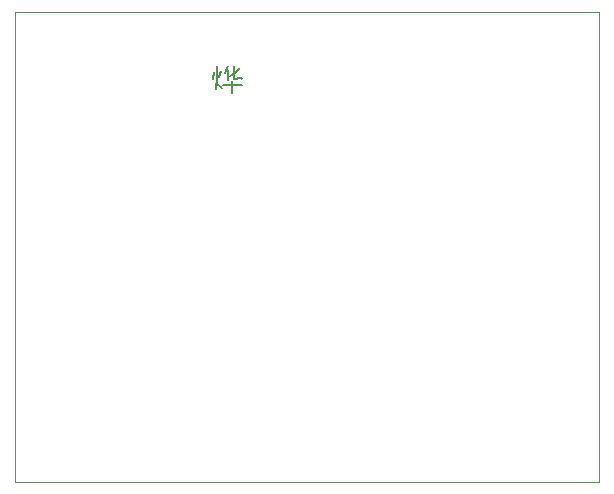
<source format=gm1>
G04 #@! TF.GenerationSoftware,KiCad,Pcbnew,7.0.2*
G04 #@! TF.CreationDate,2023-09-01T19:51:03-07:00*
G04 #@! TF.ProjectId,mcu_singleside,6d63755f-7369-46e6-976c-65736964652e,rev?*
G04 #@! TF.SameCoordinates,Original*
G04 #@! TF.FileFunction,Profile,NP*
%FSLAX46Y46*%
G04 Gerber Fmt 4.6, Leading zero omitted, Abs format (unit mm)*
G04 Created by KiCad (PCBNEW 7.0.2) date 2023-09-01 19:51:03*
%MOMM*%
%LPD*%
G01*
G04 APERTURE LIST*
G04 #@! TA.AperFunction,Profile*
%ADD10C,0.100000*%
G04 #@! TD*
%ADD11C,0.150000*%
G04 APERTURE END LIST*
D10*
X101473000Y-54356000D02*
X150876000Y-54356000D01*
X150876000Y-94094000D01*
X101473000Y-94094000D01*
X101473000Y-54356000D01*
D11*
X119047619Y-60488571D02*
X120666666Y-60488571D01*
X119523809Y-59250476D02*
X119523809Y-60107619D01*
X119809523Y-60202857D02*
X119809523Y-61155238D01*
X120000000Y-58869523D02*
X120000000Y-60012380D01*
X120000000Y-60012380D02*
X120571428Y-59917142D01*
X120571428Y-59917142D02*
X120666666Y-60012380D01*
X118571428Y-58869523D02*
X118571428Y-60393333D01*
X118571428Y-60393333D02*
X118952380Y-60774285D01*
X118857142Y-59345714D02*
X118761904Y-59821904D01*
X119523809Y-58869523D02*
X119238095Y-59536190D01*
X120476190Y-59060000D02*
X120095238Y-59536190D01*
X120095238Y-59536190D02*
X119619047Y-59726666D01*
X118285714Y-59440952D02*
X118190476Y-60012380D01*
X118571428Y-59917142D02*
X118476190Y-60869523D01*
M02*

</source>
